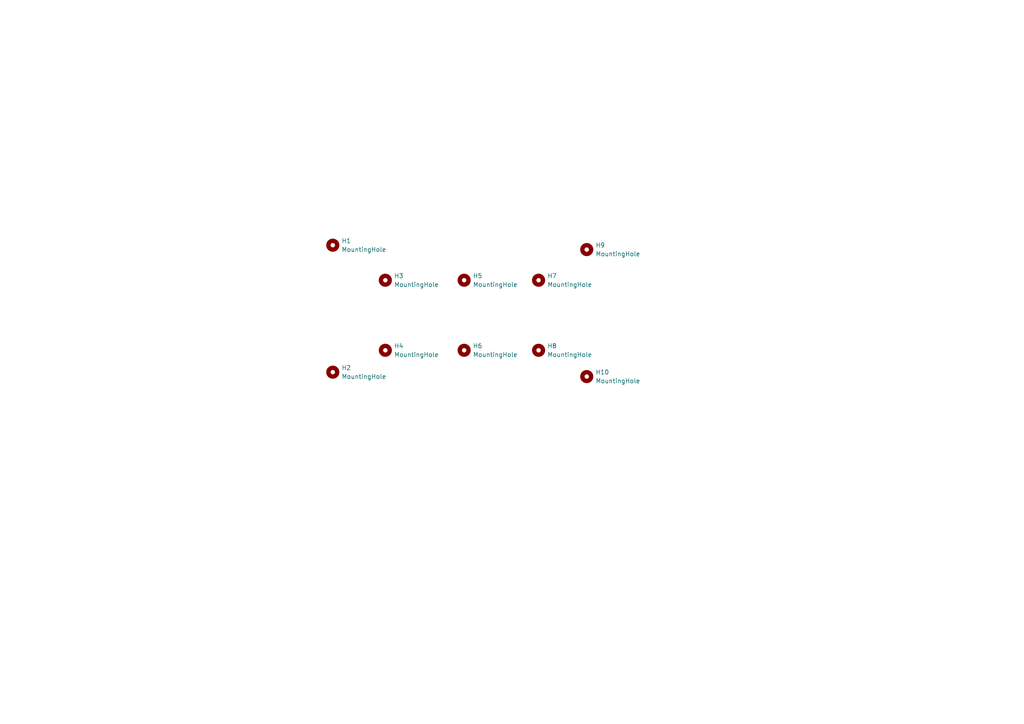
<source format=kicad_sch>
(kicad_sch (version 20211123) (generator eeschema)
  (paper "A4")
  (lib_symbols
    (symbol "Mechanical:MountingHole" (pin_names (offset 1.016))
      (property "Reference" "H" (at 0 5.08 0))
      (property "Value" "MountingHole" (at 0 3.175 0))
      (symbol "MountingHole_0_1"
        (circle (center 0 0) (radius 1.27) (stroke (width 1.27)))
      )
    )
  )
  (symbol (lib_id "Mechanical:MountingHole") (at 170.18 72.39 0) (unit 1)
    (property "Reference" "H9" (at 172.72 71.1199 0) (effects (justify left)))
    (property "Value" "MountingHole" (at 172.72 73.6599 0) (effects (justify left)))
    (property "Footprint" "MountingHole:MountingHole_3mm_Pad_TopBottom" (effects hide))
  )
  (symbol (lib_id "Mechanical:MountingHole") (at 111.76 81.28 0) (unit 1)
    (property "Reference" "H3" (at 114.3 80.0099 0) (effects (justify left)))
    (property "Value" "MountingHole" (at 114.3 82.5499 0) (effects (justify left)))
    (property "Footprint" "MountingHole:MountingHole_3mm_Pad_TopBottom" (effects hide))
  )
  (symbol (lib_id "Mechanical:MountingHole") (at 134.62 101.6 0) (unit 1)
    (property "Reference" "H6" (at 137.16 100.3299 0) (effects (justify left)))
    (property "Value" "MountingHole" (at 137.16 102.8699 0) (effects (justify left)))
    (property "Footprint" "MountingHole:MountingHole_3mm_Pad_TopBottom" (effects hide))
  )
  (symbol (lib_id "Mechanical:MountingHole") (at 96.52 71.12 0) (unit 1)
    (property "Reference" "H1" (at 99.06 69.8499 0) (effects (justify left)))
    (property "Value" "MountingHole" (at 99.06 72.3899 0) (effects (justify left)))
    (property "Footprint" "MountingHole:MountingHole_3mm_Pad_TopBottom" (effects hide))
  )
  (symbol (lib_id "Mechanical:MountingHole") (at 156.21 101.6 0) (unit 1)
    (property "Reference" "H8" (at 158.75 100.3299 0) (effects (justify left)))
    (property "Value" "MountingHole" (at 158.75 102.8699 0) (effects (justify left)))
    (property "Footprint" "MountingHole:MountingHole_3mm_Pad_TopBottom" (effects hide))
  )
  (symbol (lib_id "Mechanical:MountingHole") (at 96.52 107.95 0) (unit 1)
    (property "Reference" "H2" (at 99.06 106.6799 0) (effects (justify left)))
    (property "Value" "MountingHole" (at 99.06 109.2199 0) (effects (justify left)))
    (property "Footprint" "MountingHole:MountingHole_3mm_Pad_TopBottom" (effects hide))
  )
  (symbol (lib_id "Mechanical:MountingHole") (at 134.62 81.28 0) (unit 1)
    (property "Reference" "H5" (at 137.16 80.0099 0) (effects (justify left)))
    (property "Value" "MountingHole" (at 137.16 82.5499 0) (effects (justify left)))
    (property "Footprint" "MountingHole:MountingHole_3mm_Pad_TopBottom" (effects hide))
  )
  (symbol (lib_id "Mechanical:MountingHole") (at 170.18 109.22 0) (unit 1)
    (property "Reference" "H10" (at 172.72 107.9499 0) (effects (justify left)))
    (property "Value" "MountingHole" (at 172.72 110.4899 0) (effects (justify left)))
    (property "Footprint" "MountingHole:MountingHole_3mm_Pad_TopBottom" (effects hide))
  )
  (symbol (lib_id "Mechanical:MountingHole") (at 111.76 101.6 0) (unit 1)
    (property "Reference" "H4" (at 114.3 100.3299 0) (effects (justify left)))
    (property "Value" "MountingHole" (at 114.3 102.8699 0) (effects (justify left)))
    (property "Footprint" "MountingHole:MountingHole_3mm_Pad_TopBottom" (effects hide))
  )
  (symbol (lib_id "Mechanical:MountingHole") (at 156.21 81.28 0) (unit 1)
    (property "Reference" "H7" (at 158.75 80.0099 0) (effects (justify left)))
    (property "Value" "MountingHole" (at 158.75 82.5499 0) (effects (justify left)))
    (property "Footprint" "MountingHole:MountingHole_3mm_Pad_TopBottom" (effects hide))
  )
)
</source>
